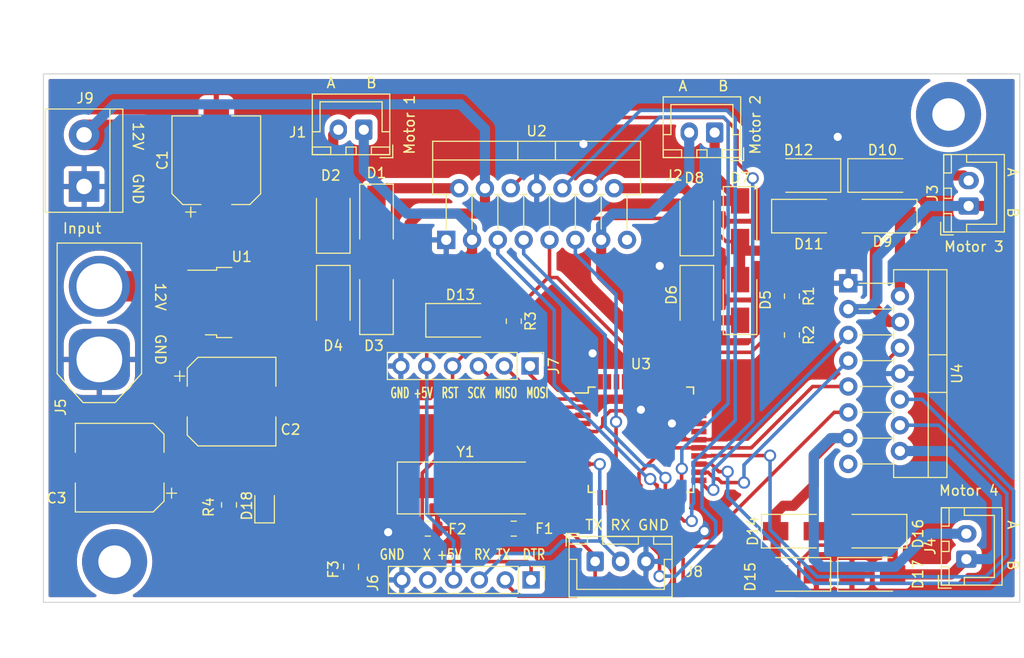
<source format=kicad_pcb>
(kicad_pcb (version 20211014) (generator pcbnew)
  (layers (0 "F.Cu" signal) (31 "B.Cu" signal) (34 "B.Paste" user) (35 "F.Paste" user) (36 "B.SilkS" user "B.Silkscreen") (37 "F.SilkS" user "F.Silkscreen") (38 "B.Mask" user) (39 "F.Mask" user) (44 "Edge.Cuts" user))
  (net 0 "")
  (net 1 "GND")
  (net 2 "reset")
  (net 3 "+12V")
  (net 4 "+5V")
  (net 5 "motor1_outA")
  (net 6 "motor1_outB")
  (net 7 "motor2_outA")
  (net 8 "motor2_outB")
  (net 9 "motor3_outA")
  (net 10 "motor3_outB")
  (net 11 "+5VD")
  (net 12 "motor4_outA")
  (net 13 "motor4_outB")
  (net 14 "Net-(D18-Pad2)")
  (net 15 "tx")
  (net 16 "rx")
  (net 18 "MOSI")
  (net 19 "MISO")
  (net 20 "SCK")
  (net 21 "b_volt")
  (net 22 "motor1_inA")
  (net 23 "motor1_en")
  (net 24 "motor1_inB")
  (net 25 "motor2_inA")
  (net 26 "motor2_en")
  (net 27 "motor2_inB")
  (net 31 "motor3_en")
  (net 32 "motor4_en")
  (net 33 "motor3_inA")
  (net 34 "motor3_inB")
  (net 35 "motor4_inA")
  (net 36 "motor4_inB")
  (net 51 "Net-(F1-Pad2)")
  (net 52 "Net-(F2-Pad2)")
  (net 53 "Net-(F3-Pad2)")
  (footprint "Diode_SMD:D_SMA" (layer "F.Cu") (at 130 80.25 180)
    (fp_text reference "D15")
    (fp_text value "DIODE")
  )
  (footprint "Capacitor_SMD:C_0805_2012Metric" (layer "F.Cu") (at 93.8 75.75 180)
    (fp_text reference "F2")
    (fp_text value "22pF")
  )
  (footprint "Diode_SMD:D_SMA" (layer "F.Cu") (at 130 76)
    (fp_text reference "D14")
    (fp_text value "DIODE")
  )
  (footprint "Diode_SMD:D_SMA" (layer "F.Cu") (at 88.75 45.25 -90)
    (fp_text reference "D1")
    (fp_text value "DIODE")
  )
  (footprint "Connector_JST:JST_XH_B2B-XH-A_1x02_P2.50mm_Vertical" (layer "F.Cu") (at 87.5 36.5 180)
    (fp_text reference "J1")
    (fp_text value "Conn_01x02_Female")
  )
  (footprint "Diode_SMD:D_SMA" (layer "F.Cu") (at 131 45)
    (fp_text reference "D11")
    (fp_text value "DIODE")
  )
  (footprint "Package_TO_SOT_THT:TO-220-15_P2.54x2.54mm_StaggerOdd_Lead4.58mm_Vertical" (layer "F.Cu") (at 95.605 47.335)
    (fp_text reference "U2")
    (fp_text value "L298N")
  )
  (footprint "Package_QFP:TQFP-44_10x10mm_P0.8mm" (layer "F.Cu") (at 114.75 67)
    (fp_text reference "U3")
    (fp_text value "ATmega32A-A")
  )
  (footprint "Capacitor_SMD:C_0805_2012Metric" (layer "F.Cu") (at 102.25 75.75 180)
    (fp_text reference "F1")
    (fp_text value "22pF")
  )
  (footprint "Package_TO_SOT_THT:TO-220-15_P2.54x2.54mm_StaggerOdd_Lead4.58mm_Vertical" (layer "F.Cu") (at 135.14 51.605 -90)
    (fp_text reference "U4")
    (fp_text value "L298N")
  )
  (footprint "Diode_SMD:D_SMA" (layer "F.Cu") (at 84.5 45.25 90)
    (fp_text reference "D2")
    (fp_text value "DIODE")
  )
  (footprint "Resistor_SMD:R_0805_2012Metric" (layer "F.Cu") (at 74.25 73.4125 90)
    (fp_text reference "R4")
    (fp_text value "1k")
  )
  (footprint "Package_TO_SOT_SMD:TO-252-2" (layer "F.Cu") (at 75.5 53.5)
    (fp_text reference "U1")
    (fp_text value "L7805")
  )
  (footprint "Capacitor_SMD:CP_Elec_8x10.5" (layer "F.Cu") (at 73 39.5 90)
    (fp_text reference "C1")
    (fp_text value "220uF/35V")
  )
  (footprint "Diode_SMD:D_SMA" (layer "F.Cu") (at 97 55.25)
    (fp_text reference "D13")
    (fp_text value "DIODE")
  )
  (footprint "Diode_SMD:D_SMA" (layer "F.Cu") (at 138.5 41)
    (fp_text reference "D10")
    (fp_text value "DIODE")
  )
  (footprint "Crystal:Crystal_SMD_HC49-SD" (layer "F.Cu") (at 97.5 71.75)
    (fp_text reference "Y1")
    (fp_text value "Crystal")
  )
  (footprint "MountingHole:MountingHole_3.2mm_M3_Pad" (layer "F.Cu") (at 63 79)
    (fp_text reference "REF**" hide)
    (fp_text value "MountingHole_3.2mm_M3_Pad")
  )
  (footprint "Connector_JST:JST_XH_B2B-XH-A_1x02_P2.50mm_Vertical" (layer "F.Cu") (at 122 36.775 180)
    (fp_text reference "J2")
    (fp_text value "Conn_01x02_Female")
  )
  (footprint "Capacitor_SMD:CP_Elec_8x10.5" (layer "F.Cu") (at 63.5 69.75 180)
    (fp_text reference "C3")
    (fp_text value "220uF/35V")
  )
  (footprint "Diode_SMD:D_SMA" (layer "F.Cu") (at 124.5 45.5 -90)
    (fp_text reference "D7")
    (fp_text value "DIODE")
  )
  (footprint "Connector_JST:JST_XH_B2B-XH-A_1x02_P2.50mm_Vertical" (layer "F.Cu") (at 146.75 78.75 90)
    (fp_text reference "J4")
    (fp_text value "Conn_01x02_Female")
  )
  (footprint "Connector_AMASS:AMASS_XT60-F_1x02_P7.20mm_Vertical" (layer "F.Cu") (at 61.5 59.1 90)
    (fp_text reference "J5")
    (fp_text value "Screw_Terminal_01x02")
  )
  (footprint "Diode_SMD:D_SMA" (layer "F.Cu") (at 131 41 180)
    (fp_text reference "D12")
    (fp_text value "DIODE")
  )
  (footprint "Diode_SMD:D_SMA" (layer "F.Cu") (at 120.25 45.5 90)
    (fp_text reference "D8")
    (fp_text value "DIODE")
  )
  (footprint "Diode_SMD:D_SMA" (layer "F.Cu") (at 120.25 53.25 -90)
    (fp_text reference "D6")
    (fp_text value "DIODE")
  )
  (footprint "Diode_SMD:D_SMA" (layer "F.Cu") (at 138.5 45 180)
    (fp_text reference "D9")
    (fp_text value "DIODE")
  )
  (footprint "Diode_SMD:D_SMA" (layer "F.Cu") (at 124.5 53.25 90)
    (fp_text reference "D5")
    (fp_text value "DIODE")
  )
  (footprint "Resistor_SMD:R_0805_2012Metric" (layer "F.Cu") (at 129.6 56.7 -90)
    (fp_text reference "R2")
    (fp_text value "1k")
  )
  (footprint "TerminalBlock:TerminalBlock_bornier-2_P5.08mm" (layer "F.Cu") (at 60 42.08 90)
    (fp_text reference "J9")
    (fp_text value "Screw_Terminal_01x02")
  )
  (footprint "Diode_SMD:D_SMA" (layer "F.Cu") (at 84.5 53.25 -90)
    (fp_text reference "D4")
    (fp_text value "DIODE")
  )
  (footprint "Resistor_SMD:R_0805_2012Metric" (layer "F.Cu") (at 129.6 52.875 -90)
    (fp_text reference "R1")
    (fp_text value "2k")
  )
  (footprint "Connector_JST:JST_XH_B3B-XH-A_1x03_P2.50mm_Vertical" (layer "F.Cu") (at 110.25 78.975)
    (fp_text reference "J8")
    (fp_text value "Conn_01x03_Female")
  )
  (footprint "Connector_PinHeader_2.54mm:PinHeader_1x06_P2.54mm_Vertical" (layer "F.Cu") (at 103.95 80.8 -90)
    (fp_text reference "J6")
    (fp_text value "Conn_01x06_Female")
  )
  (footprint "Capacitor_SMD:C_0805_2012Metric" (layer "F.Cu") (at 86.25 79.5 -90)
    (fp_text reference "F3")
    (fp_text value "100nF")
  )
  (footprint "Resistor_SMD:R_0805_2012Metric" (layer "F.Cu") (at 102.25 55.3375 -90)
    (fp_text reference "R3")
    (fp_text value "10k")
  )
  (footprint "Diode_SMD:D_SMA" (layer "F.Cu") (at 88.75 53.25 90)
    (fp_text reference "D3")
    (fp_text value "DIODE")
  )
  (footprint "Connector_JST:JST_XH_B2B-XH-A_1x02_P2.50mm_Vertical" (layer "F.Cu") (at 146.975 44 90)
    (fp_text reference "J3")
    (fp_text value "Conn_01x02_Female")
  )
  (footprint "Diode_SMD:D_SMA" (layer "F.Cu") (at 137.5 76 180)
    (fp_text reference "D16")
    (fp_text value "DIODE")
  )
  (footprint "Connector_PinHeader_2.54mm:PinHeader_1x06_P2.54mm_Vertical" (layer "F.Cu") (at 103.85 59.75 -90)
    (fp_text reference "J7")
    (fp_text value "Conn_01x06_Female")
  )
  (footprint "LED_SMD:LED_0805_2012Metric" (layer "F.Cu") (at 77.75 73.5 90)
    (fp_text reference "D18")
    (fp_text value "LED")
  )
  (footprint "Capacitor_SMD:CP_Elec_8x10.5" (layer "F.Cu") (at 74.5 63.25)
    (fp_text reference "C2")
    (fp_text value "220uF/35V")
  )
  (footprint "MountingHole:MountingHole_3.2mm_M3_Pad" (layer "F.Cu") (at 145 35 90)
    (fp_text reference "REF**" hide)
    (fp_text value "MountingHole_3.2mm_M3_Pad")
  )
  (footprint "Diode_SMD:D_SMA" (layer "F.Cu") (at 137.5 80.25)
    (fp_text reference "D17")
    (fp_text value "DIODE")
  )
  (gr_line (start 56 82) (end 56 83) (layer "Edge.Cuts") (width 0.1))
  (gr_line (start 56 32) (end 56 82) (layer "Edge.Cuts") (width 0.1))
  (gr_line (start 56 83) (end 152 83) (layer "Edge.Cuts") (width 0.1))
  (gr_line (start 152 31) (end 56 31) (layer "Edge.Cuts") (width 0.1))
  (gr_line (start 152 32) (end 152 31) (layer "Edge.Cuts") (width 0.1))
  (gr_line (start 56 31) (end 56 32) (layer "Edge.Cuts") (width 0.1))
  (gr_line (start 152 83) (end 152 32) (layer "Edge.Cuts") (width 0.1))
  (gr_text "GND   X +5V  RX TX  DTR" (at 97.2 78.3) (layer "F.SilkS") (effects (font (size 1 0.8))))
  (gr_text "12V   GND" (at 65.3 39.8 270) (layer "F.SilkS") (effects (font (size 1 1))))
  (gr_text "Motor 3\n" (at 147.5 48) (layer "F.SilkS") (effects (font (size 1 1))))
  (gr_text "Motor 1" (at 92 36 90) (layer "F.SilkS") (effects (font (size 1 1))))
  (gr_text "Motor 2" (at 126 36 90) (layer "F.SilkS") (effects (font (size 1 1))))
  (gr_text "12V   GND" (at 67.5 55.6 270) (layer "F.SilkS") (effects (font (size 1 1))))
  (gr_text "Motor 4\n" (at 147 72) (layer "F.SilkS") (effects (font (size 1 1))))
  (gr_text "A    B" (at 151.3 42.7 270) (layer "F.SilkS") (effects (font (size 1 1))))
  (gr_text "A    B" (at 151.3 77.4 270) (layer "F.SilkS") (effects (font (size 1 1))))
  (gr_text "TX RX GND" (at 113.4 75.4) (layer "F.SilkS") (effects (font (size 1 1))))
  (gr_text "A    B" (at 86.3 31.9) (layer "F.SilkS") (effects (font (size 1 1))))
  (gr_text "A    B" (at 120.9 32.2) (layer "F.SilkS") (effects (font (size 1 1))))
  (gr_text "GND +5V  RST  SCK  MISO  MOSI" (at 97.9 62.4) (layer "F.SilkS") (effects (font (size 1 0.6))))
  (gr_text "Input" (at 59.8 46.2) (layer "F.SilkS") (effects (font (size 1 1))))
  (segment (start 111 59.5) (end 110 58.5) (width 0.35) (layer "F.Cu") (net 1))
  (segment (start 120.25 76.75) (end 121 76) (width 0.35) (layer "F.Cu") (net 1))
  (segment (start 118.4 67) (end 120.45 67) (width 0.35) (layer "F.Cu") (net 1))
  (segment (start 114.75 60.2) (end 114.05 59.5) (width 0.35) (layer "F.Cu") (net 1))
  (segment (start 116.475 74.8) (end 117.05 74.8) (width 0.35) (layer "F.Cu") (net 1))
  (segment (start 117.8 65.4) (end 117.8 66.4) (width 0.35) (layer "F.Cu") (net 1))
  (segment (start 129.6 60.6) (end 129.6 57.6125) (width 0.35) (layer "F.Cu") (net 1))
  (segment (start 91.25 80.35) (end 91.25 80.8) (width 0.35) (layer "F.Cu") (net 1))
  (segment (start 114.05 59.5) (end 111 59.5) (width 0.35) (layer "F.Cu") (net 1))
  (segment (start 106.5 67) (end 106.25 66.75) (width 0.35) (layer "F.Cu") (net 1))
  (segment (start 120.45 67) (end 123.2 67) (width 0.35) (layer "F.Cu") (net 1))
  (segment (start 115.55 73.875) (end 116.475 74.8) (width 0.35) (layer "F.Cu") (net 1))
  (segment (start 117.8 66.4) (end 118.4 67) (width 0.35) (layer "F.Cu") (net 1))
  (segment (start 114.75 61.3) (end 114.75 60.2) (width 0.35) (layer "F.Cu") (net 1))
  (segment (start 123.2 67) (end 129.6 60.6) (width 0.35) (layer "F.Cu") (net 1))
  (segment (start 117.05 74.8) (end 119 76.75) (width 0.35) (layer "F.Cu") (net 1))
  (segment (start 109.05 67) (end 106.5 67) (width 0.35) (layer "F.Cu") (net 1))
  (segment (start 119 76.75) (end 120.25 76.75) (width 0.35) (layer "F.Cu") (net 1))
  (segment (start 115.55 72.7) (end 115.55 73.875) (width 0.35) (layer "F.Cu") (net 1))
  (segment (start 114.7 64.1) (end 114.75 64.05) (width 0.35) (layer "F.Cu") (net 1))
  (segment (start 114.75 61.3) (end 114.75 64.05) (width 0.35) (layer "F.Cu") (net 1))
  (via (at 114.75 64.05) (size 1.2) (drill 0.8) (layers "F.Cu" "B.Cu") (net 1))
  (via (at 134.1 37.2) (size 1.2) (drill 0.8) (layers "F.Cu" "B.Cu") (net 1))
  (via (at 121 76) (size 1.2) (drill 0.8) (layers "F.Cu" "B.Cu") (net 1))
  (via (at 110 58.5) (size 1.2) (drill 0.8) (layers "F.Cu" "B.Cu") (net 1))
  (via (at 109.1 37.9) (size 1.2) (drill 0.8) (layers "F.Cu" "B.Cu") (net 1))
  (via (at 117.8 65.4) (size 1.2) (drill 0.8) (layers "F.Cu" "B.Cu") (net 1))
  (via (at 89.9 76.1) (size 1.2) (drill 0.8) (layers "F.Cu" "B.Cu") (net 1))
  (via (at 116.6 49.9) (size 1.2) (drill 0.8) (layers "F.Cu" "B.Cu") (net 1))
  (segment (start 86.25 78.55) (end 86.25 69.45) (width 0.35) (layer "F.Cu") (net 2))
  (segment (start 103.2 65.4) (end 99.77 61.97) (width 0.35) (layer "F.Cu") (net 2))
  (segment (start 97.7802 58.1998) (end 96.23 59.75) (width 0.35) (layer "F.Cu") (net 2))
  (segment (start 91.9 63.8) (end 94.4 63.8) (width 0.35) (layer "F.Cu") (net 2))
  (segment (start 99.77 61.97) (end 96.23 61.97) (width 0.35) (layer "F.Cu") (net 2))
  (segment (start 96.23 61.97) (end 96.23 59.75) (width 0.35) (layer "F.Cu") (net 2))
  (segment (start 100.3 58.1998) (end 97.7802 58.1998) (width 0.35) (layer "F.Cu") (net 2))
  (segment (start 94.4 63.8) (end 96.23 61.97) (width 0.35) (layer "F.Cu") (net 2))
  (segment (start 102.25 56.25) (end 100.3 58.1998) (width 0.35) (layer "F.Cu") (net 2))
  (segment (start 109.05 65.4) (end 103.2 65.4) (width 0.35) (layer "F.Cu") (net 2))
  (segment (start 86.25 69.45) (end 91.9 63.8) (width 0.35) (layer "F.Cu") (net 2))
  (segment (start 99.415 42.255) (end 99.415 43.82) (width 1) (layer "F.Cu") (net 3))
  (segment (start 139.165 55.415) (end 138.322 54.5725) (width 1) (layer "F.Cu") (net 3))
  (segment (start 99.415 44.335) (end 99 44.75) (width 1) (layer "F.Cu") (net 3))
  (segment (start 136.875 57.7049) (end 139.165 55.415) (width 0.35) (layer "F.Cu") (net 3))
  (segment (start 100.82 45.2252) (end 99.415 43.82) (width 0.35) (layer "F.Cu") (net 3))
  (segment (start 99.415 43.82) (end 99.415 44.335) (width 1) (layer "F.Cu") (net 3))
  (segment (start 138.322 54.5725) (end 137.75 54) (width 1) (layer "F.Cu") (net 3))
  (segment (start 60 37) (end 65.75 37) (width 3) (layer "F.Cu") (net 3))
  (segment (start 99 44.75) (end 93 44.75) (width 1) (layer "F.Cu") (net 3))
  (segment (start 65.75 37) (end 71.95 43.2) (width 3) (layer "F.Cu") (net 3))
  (segment (start 71.3 44.9) (end 73 43.2) (width 3) (layer "F.Cu") (net 3))
  (segment (start 129.6 49) (end 130.2 48.4) (width 0.35) (layer "F.Cu") (net 3))
  (segment (start 61.5 51.9) (end 70.62 51.9) (width 3) (layer "F.Cu") (net 3))
  (segment (start 124.5 48.6) (end 124.5 51.25) (width 1) (layer "F.Cu") (net 3))
  (segment (start 123.125 47.5) (end 120.85 45.2252) (width 0.35) (layer "F.Cu") (net 3))
  (segment (start 130.2 48.4) (end 124.7 48.4) (width 1) (layer "F.Cu") (net 3))
  (segment (start 136.5 45) (end 133.1 48.4) (width 1) (layer "F.Cu") (net 3))
  (segment (start 137.75 46.25) (end 136.5 45) (width 1) (layer "F.Cu") (net 3))
  (segment (start 137.75 54) (end 137.75 46.25) (width 1) (layer "F.Cu") (net 3))
  (segment (start 71.3 47.8) (end 71.3 44.9) (width 3) (layer "F.Cu") (net 3))
  (segment (start 92 45.75) (end 92 46) (width 1) (layer "F.Cu") (net 3))
  (segment (start 71.7375 48.2375) (end 71.3 47.8) (width 1) (layer "F.Cu") (net 3))
  (segment (start 124.7 48.4) (end 124.5 48.6) (width 1) (layer "F.Cu") (net 3))
  (segment (start 135.5 74.6249) (end 136.875 73.2498) (width 0.35) (layer "F.Cu") (net 3))
  (segment (start 136.875 73.2498) (end 136.875 57.7049) (width 0.35) (layer "F.Cu") (net 3))
  (segment (start 71.3 51.22) (end 71.3 47.8) (width 3) (layer "F.Cu") (net 3))
  (segment (start 135.5 76) (end 135.5 74.6249) (width 0.35) (layer "F.Cu") (net 3))
  (segment (start 120.85 45.2252) (end 100.82 45.2252) (width 0.35) (layer "F.Cu") (net 3))
  (segment (start 88.75 47.25) (end 88.75 51.25) (width 1) (layer "F.Cu") (net 3))
  (segment (start 71.95 43.2) (end 73 43.2) (width 3) (layer "F.Cu") (net 3))
  (segment (start 93 44.75) (end 92 45.75) (width 1) (layer "F.Cu") (net 3))
  (segment (start 90.75 47.25) (end 88.75 47.25) (width 1) (layer "F.Cu") (net 3))
  (segment (start 133.1 48.4) (end 130.2 48.4) (width 1) (layer "F.Cu") (net 3))
  (segment (start 124.5 47.5) (end 123.125 47.5) (width 0.35) (layer "F.Cu") (net 3))
  (segment (start 133 45) (end 136.5 45) (width 1) (layer "F.Cu") (net 3))
  (segment (start 129.6 51.9625) (end 129.6 49) (width 0.35) (layer "F.Cu") (net 3))
  (segment (start 140.22 55.415) (end 139.165 55.415) (width 1) (layer "F.Cu") (net 3))
  (segment (start 92 46) (end 90.75 47.25) (width 1) (layer "F.Cu") (net 3))
  (segment (start 135.5 76) (end 132 76) (width 1) (layer "F.Cu") (net 3))
  (segment (start 70.62 51.9) (end 71.3 51.22) (width 3) (layer "F.Cu") (net 3))
  (segment (start 124.5 47.5) (end 124.5 48.6) (width 1) (layer "F.Cu") (net 3))
  (segment (start 97 34) (end 63 34) (width 1) (layer "B.Cu") (net 3))
  (segment (start 99.415 42.255) (end 99.415 36.415) (width 1) (layer "B.Cu") (net 3))
  (segment (start 99.415 36.415) (end 97 34) (width 1) (layer "B.Cu") (net 3))
  (segment (start 63 34) (end 60 37) (width 1) (layer "B.Cu") (net 3))
  (segment (start 88.9304 58.7) (end 93.2252 54.4052) (width 0.35) (layer "F.Cu") (net 4))
  (segment (start 93.2252 54.4052) (end 93.2252 54.1399) (width 0.35) (layer "F.Cu") (net 4))
  (segment (start 69 67.95) (end 69.7 67.95) (width 0.35) (layer "F.Cu") (net 4))
  (segment (start 114.567 70.3135) (end 114.567 71.3189) (width 0.35) (layer "F.Cu") (net 4))
  (segment (start 115.4 66.3596) (end 115.46 66.3596) (width 0.35) (layer "F.Cu") (net 4))
  (segment (start 105.765 51.0424) (end 106.518 51.0424) (width 0.35) (layer "F.Cu") (net 4))
  (segment (start 71.3 55.78) (end 71.3 58.7) (width 1) (layer "F.Cu") (net 4))
  (segment (start 110.4 66.2) (end 111 65.6) (width 0.35) (layer "F.Cu") (net 4))
  (segment (start 115.16 66.3596) (end 115.4 66.3596) (width 0.35) (layer "F.Cu") (net 4))
  (segment (start 106.518 51.0424) (end 115.55 60.0749) (width 0.35) (layer "F.Cu") (net 4))
  (segment (start 135.14 61.765) (end 131.635 61.765) (width 0.35) (layer "F.Cu") (net 4))
  (segment (start 116.4 63.8) (end 116.4 66.3) (width 0.35) (layer "F.Cu") (net 4))
  (segment (start 125.6 67.8) (end 120.45 67.8) (width 0.35) (layer "F.Cu") (net 4))
  (segment (start 117.081 67.8) (end 115.99 66.7096) (width 0.35) (layer "F.Cu") (net 4))
  (segment (start 70.8 66.15) (end 69 67.95) (width 1) (layer "F.Cu") (net 4))
  (segment (start 111 64.9) (end 111.744 64.156) (width 0.35) (layer "F.Cu") (net 4))
  (segment (start 69 67.95) (end 67.2 69.75) (width 1) (layer "F.Cu") (net 4))
  (segment (start 71.3 58.7) (end 71.3 62.75) (width 1) (layer "F.Cu") (net 4))
  (segment (start 102.25 54.425) (end 105.633 51.0424) (width 0.35) (layer "F.Cu") (net 4))
  (segment (start 114.567 71.3189) (end 114.75 71.5015) (width 0.35) (layer "F.Cu") (net 4))
  (segment (start 102.25 54.425) (end 99.2124 54.425) (width 0.35) (layer "F.Cu") (net 4))
  (segment (start 99.2124 54.425) (end 99 54.6374) (width 0.35) (layer "F.Cu") (net 4))
  (segment (start 116.4 66.3) (end 115.99 66.7096) (width 0.35) (layer "F.Cu") (net 4))
  (segment (start 111 65.6) (end 111 64.9) (width 0.35) (layer "F.Cu") (net 4))
  (segment (start 115.55 61.3) (end 115.55 62.95) (width 0.35) (layer "F.Cu") (net 4))
  (segment (start 98.2374 53.8748) (end 99 54.6374) (width 0.35) (layer "F.Cu") (net 4))
  (segment (start 105.765 51.0424) (end 105.765 47.335) (width 0.35) (layer "F.Cu") (net 4))
  (segment (start 115.64 66.3596) (end 115.99 66.7096) (width 0.35) (layer "F.Cu") (net 4))
  (segment (start 111.744 64.156) (end 112.956 64.156) (width 0.35) (layer "F.Cu") (net 4))
  (segment (start 109.05 66.2) (end 110.4 66.2) (width 0.35) (layer "F.Cu") (net 4))
  (segment (start 93.2252 54.1399) (end 93.4903 53.8748) (width 0.35) (layer "F.Cu") (net 4))
  (segment (start 115.46 66.3596) (end 115.64 66.3596) (width 0.35) (layer "F.Cu") (net 4))
  (segment (start 93.4903 53.8748) (end 98.2374 53.8748) (width 0.35) (layer "F.Cu") (net 4))
  (segment (start 69.7 67.95) (end 74.25 72.5) (width 0.35) (layer "F.Cu") (net 4))
  (segment (start 114.75 71.5015) (end 114.75 72.7) (width 0.35) (layer "F.Cu") (net 4))
  (segment (start 112.956 64.156) (end 115.16 66.3596) (width 0.35) (layer "F.Cu") (net 4))
  (segment (start 117.081 67.8) (end 114.567 70.3135) (width 0.35) (layer "F.Cu") (net 4))
  (segment (start 71.3 62.75) (end 70.8 63.25) (width 1) (layer "F.Cu") (net 4))
  (segment (start 115.55 60.0749) (end 115.55 61.3) (width 0.35) (layer "F.Cu") (net 4))
  (segment (start 71.3 58.7) (end 88.9304 58.7) (width 0.35) (layer "F.Cu") (net 4))
  (segment (start 105.633 51.0424) (end 105.765 51.0424) (width 0.35) (layer "F.Cu") (net 4))
  (segment (start 115.55 62.95) (end 116.4 63.8) (width 0.35) (layer "F.Cu") (net 4))
  (segment (start 115.4 66.3596) (end 115.46 66.3596) (width 0.35) (layer "F.Cu") (net 4))
  (segment (start 70.8 63.25) (end 70.8 66.15) (width 1) (layer "F.Cu") (net 4))
  (segment (start 131.635 61.765) (end 125.6 67.8) (width 0.35) (layer "F.Cu") (net 4))
  (segment (start 99 55.25) (end 99 54.6374) (width 0.25) (layer "F.Cu") (net 4))
  (segment (start 120.45 67.8) (end 117.081 67.8) (width 0.35) (layer "F.Cu") (net 4))
  (segment (start 84.5 37) (end 85 36.5) (width 1) (layer "F.Cu") (net 5))
  (segment (start 84.5 43.25) (end 84.5 37) (width 1) (layer "F.Cu") (net 5))
  (segment (start 89.745 42.255) (end 88.75 43.25) (width 1) (layer "F.Cu") (net 5))
  (segment (start 96.875 42.255) (end 89.745 42.255) (width 1) (layer "F.Cu") (net 5))
  (segment (start 88.75 43.25) (end 84.5 43.25) (width 1) (layer "F.Cu") (net 5))
  (segment (start 92.25 51.5) (end 92.25 54) (width 1) (layer "F.Cu") (net 6))
  (segment (start 98.145 47.335) (end 98.145 48.605) (width 1) (layer "F.Cu") (net 6))
  (segment (start 93.5 50.25) (end 92.25 51.5) (width 1) (layer "F.Cu") (net 6))
  (segment (start 96.5 50.25) (end 93.5 50.25) (width 1) (layer "F.Cu") (net 6))
  (segment (start 98.145 48.605) (end 96.5 50.25) (width 1) (layer "F.Cu") (net 6))
  (segment (start 92.25 54) (end 91 55.25) (width 1) (layer "F.Cu") (net 6))
  (segment (start 91 55.25) (end 88.75 55.25) (width 1) (layer "F.Cu") (net 6))
  (segment (start 88.75 55.25) (end 84.5 55.25) (width 1) (layer "F.Cu") (net 6))
  (segment (start 87.5 40.5) (end 87.5 36.5) (width 1) (layer "B.Cu") (net 6))
  (segment (start 91.75 44.75) (end 87.5 40.5) (width 1) (layer "B.Cu") (net 6))
  (segment (start 96.75 44.75) (end 91.75 44.75) (width 1) (layer "B.Cu") (net 6))
  (segment (start 98.145 46.145) (end 96.75 44.75) (width 1) (layer "B.Cu") (net 6))
  (segment (start 98.145 47.335) (end 98.145 46.145) (width 1) (layer "B.Cu") (net 6))
  (segment (start 110.845 50.845) (end 115.25 55.25) (width 1) (layer "F.Cu") (net 7))
  (segment (start 110.845 47.335) (end 110.845 50.845) (width 1) (layer "F.Cu") (net 7))
  (segment (start 124.5 55.25) (end 120.25 55.25) (width 1) (layer "F.Cu") (net 7))
  (segment (start 115.25 55.25) (end 120.25 55.25) (width 1) (layer "F.Cu") (net 7))
  (segment (start 112 44.75) (end 115.75 44.75) (width 1) (layer "B.Cu") (net 7))
  (segment (start 110.845 47.335) (end 110.845 45.905) (width 1) (layer "B.Cu") (net 7))
  (segment (start 119.5 41) (end 119.5 36.775) (width 1) (layer "B.Cu") (net 7))
  (segment (start 115.75 44.75) (end 119.5 41) (width 1) (layer "B.Cu") (net 7))
  (segment (start 110.845 45.905) (end 112 44.75) (width 1) (layer "B.Cu") (net 7))
  (segment (start 122 36.775) (end 122 41) (width 1) (layer "F.Cu") (net 8))
  (segment (start 119.005 42.255) (end 120.25 43.5) (width 1) (layer "F.Cu") (net 8))
  (segment (start 112.115 42.255) (end 119.005 42.255) (width 1) (layer "F.Cu") (net 8))
  (segment (start 124.5 43.5) (end 120.25 43.5) (width 1) (layer "F.Cu") (net 8))
  (segment (start 122 41) (end 124.5 43.5) (width 1) (layer "F.Cu") (net 8))
  (segment (start 140.5 41) (end 146.475 41) (width 1) (layer "F.Cu") (net 9))
  (segment (start 140.5 45) (end 140.22 45.28) (width 1) (layer "F.Cu") (net 9))
  (segment (start 146.475 41) (end 146.975 41.5) (width 1) (layer "F.Cu") (net 9))
  (segment (start 140.22 52.875) (end 140.22 45.28) (width 1) (layer "F.Cu") (net 9))
  (segment (start 140.22 45.28) (end 140.22 41.28) (width 1) (layer "F.Cu") (net 9))
  (segment (start 140.22 41.28) (end 140.5 41) (width 1) (layer "F.Cu") (net 9))
  (segment (start 148.2 39.5) (end 149.8 41.1) (width 1) (layer "F.Cu") (net 10))
  (segment (start 149.8 43.2) (end 149 44) (width 1) (layer "F.Cu") (net 10))
  (segment (start 142.55 39.5) (end 148.2 39.5) (width 1) (layer "F.Cu") (net 10))
  (segment (start 149.8 41.1) (end 149.8 43.2) (width 1) (layer "F.Cu") (net 10))
  (segment (start 127.9 41) (end 126.3 39.4) (width 1) (layer "F.Cu") (net 10))
  (segment (start 127.5 34.2) (end 137.25 34.2) (width 1) (layer "F.Cu") (net 10))
  (segment (start 129 41) (end 127.9 41) (width 1) (layer "F.Cu") (net 10))
  (segment (start 137.25 34.2) (end 142.55 39.5) (width 1) (layer "F.Cu") (net 10))
  (segment (start 149 44) (end 146.975 44) (width 1) (layer "F.Cu") (net 10))
  (segment (start 126.3 35.4) (end 127.5 34.2) (width 1) (layer "F.Cu") (net 10))
  (segment (start 126.3 39.4) (end 126.3 35.4) (width 1) (layer "F.Cu") (net 10))
  (segment (start 129 41) (end 129 45) (width 1) (layer "F.Cu") (net 10))
  (segment (start 138 53.25) (end 138 49) (width 1) (layer "B.Cu") (net 10))
  (segment (start 135.14 54.145) (end 137.105 54.145) (width 1) (layer "B.Cu") (net 10))
  (segment (start 137.105 54.145) (end 138 53.25) (width 1) (layer "B.Cu") (net 10))
  (segment (start 138 49) (end 143 44) (width 1) (layer "B.Cu") (net 10))
  (segment (start 143 44) (end 146.975 44) (width 1) (layer "B.Cu") (net 10))
  (segment (start 93.69 59.75) (end 93.69 57.9351) (width 0.35) (layer "F.Cu") (net 11))
  (segment (start 95 56.6251) (end 95 55.25) (width 0.35) (layer "F.Cu") (net 11))
  (segment (start 93.69 57.9351) (end 95 56.6251) (width 0.35) (layer "F.Cu") (net 11))
  (segment (start 96.33 76.9849) (end 93.69 74.3449) (width 0.35) (layer "B.Cu") (net 11))
  (segment (start 96.33 80.8) (end 96.33 76.9849) (width 0.35) (layer "B.Cu") (net 11))
  (segment (start 93.69 74.3449) (end 93.69 59.75) (width 0.35) (layer "B.Cu") (net 11))
  (segment (start 135.14 66.845) (end 133.655 66.845) (width 1) (layer "F.Cu") (net 12))
  (segment (start 128 74.25) (end 128 76) (width 1) (layer "F.Cu") (net 12))
  (segment (start 128 76) (end 128 80.25) (width 1) (layer "F.Cu") (net 12))
  (segment (start 131.75 68.75) (end 131.75 71.5) (width 1) (layer "F.Cu") (net 12))
  (segment (start 129.75 73.5) (end 128.75 73.5) (width 1) (layer "F.Cu") (net 12))
  (segment (start 131.75 71.5) (end 129.75 73.5) (width 1) (layer "F.Cu") (net 12))
  (segment (start 128.75 73.5) (end 128 74.25) (width 1) (layer "F.Cu") (net 12))
  (segment (start 133.655 66.845) (end 131.75 68.75) (width 1) (layer "F.Cu") (net 12))
  (segment (start 143 76.25) (end 146.75 76.25) (width 1) (layer "B.Cu") (net 12))
  (segment (start 135.14 66.845) (end 133.405 66.845) (width 1) (layer "B.Cu") (net 12))
  (segment (start 132.5 79.5) (end 139.75 79.5) (width 1) (layer "B.Cu") (net 12))
  (segment (start 131.75 78.75) (end 132.5 79.5) (width 1) (layer "B.Cu") (net 12))
  (segment (start 133.405 66.845) (end 131.75 68.5) (width 1) (layer "B.Cu") (net 12))
  (segment (start 139.75 79.5) (end 143 76.25) (width 1) (layer "B.Cu") (net 12))
  (segment (start 131.75 68.5) (end 131.75 78.75) (width 1) (layer "B.Cu") (net 12))
  (segment (start 145.25 80.25) (end 146.75 78.75) (width 1) (layer "F.Cu") (net 13))
  (segment (start 139.5 76) (end 139.5 80.25) (width 1) (layer "F.Cu") (net 13))
  (segment (start 139.5 80.25) (end 145.25 80.25) (width 1) (layer "F.Cu") (net 13))
  (segment (start 145.115 68.115) (end 149.75 72.75) (width 1) (layer "B.Cu") (net 13))
  (segment (start 140.22 68.115) (end 145.115 68.115) (width 1) (layer "B.Cu") (net 13))
  (segment (start 149.75 72.75) (end 149.75 78) (width 1) (layer "B.Cu") (net 13))
  (segment (start 149 78.75) (end 146.75 78.75) (width 1) (layer "B.Cu") (net 13))
  (segment (start 149.75 78) (end 149 78.75) (width 1) (layer "B.Cu") (net 13))
  (segment (start 76.0125 72.5625) (end 74.25 74.325) (width 0.35) (layer "F.Cu") (net 14))
  (segment (start 77.75 72.5625) (end 76.0125 72.5625) (width 0.35) (layer "F.Cu") (net 14))
  (segment (start 105.975 74.175) (end 110.25 78.45) (width 0.35) (layer "F.Cu") (net 15))
  (segment (start 110.25 78.975) (end 110.25 80.55) (width 0.35) (layer "F.Cu") (net 15))
  (segment (start 108.4 82.4) (end 102.7 82.4) (width 0.35) (layer "F.Cu") (net 15))
  (segment (start 110.25 80.55) (end 108.4 82.4) (width 0.35) (layer "F.Cu") (net 15))
  (segment (start 110.25 78.45) (end 110.25 78.975) (width 0.35) (layer "F.Cu") (net 15))
  (segment (start 109.05 70.2) (end 107.1 70.2) (width 0.35) (layer "F.Cu") (net 15))
  (segment (start 101.41 81.11) (end 101.41 80.8) (width 0.35) (layer "F.Cu") (net 15))
  (segment (start 105.975 71.325) (end 105.975 74.175) (width 0.35) (layer "F.Cu") (net 15))
  (segment (start 102.7 82.4) (end 101.41 81.11) (width 0.35) (layer "F.Cu") (net 15))
  (segment (start 107.1 70.2) (end 105.975 71.325) (width 0.35) (layer "F.Cu") (net 15))
  (segment (start 110.705 69.4) (end 109.05 69.4) (width 0.35) (layer "F.Cu") (net 16))
  (via (at 110.705 69.4) (size 1.2) (drill 0.8) (layers "F.Cu" "B.Cu") (net 16))
  (segment (start 110.705 76.9654) (end 110.74 76.9654) (width 0.35) (layer "B.Cu") (net 16))
  (segment (start 110.705 76.9654) (end 110.705 69.4) (width 0.35) (layer "B.Cu") (net 16))
  (segment (start 110.705 76.9654) (end 107.035 76.9654) (width 0.35) (layer "B.Cu") (net 16))
  (segment (start 110.74 76.9654) (end 112.75 78.975) (width 0.35) (layer "B.Cu") (net 16))
  (segment (start 101.47 78.2) (end 98.87 80.8) (width 0.35) (layer "B.Cu") (net 16))
  (segment (start 107.035 76.9654) (end 105.8 78.2) (width 0.35) (layer "B.Cu") (net 16))
  (segment (start 105.8 78.2) (end 101.47 78.2) (width 0.35) (layer "B.Cu") (net 16))
  (segment (start 103.85 60.6) (end 103.85 59.75) (width 0.35) (layer "F.Cu") (net 18))
  (segment (start 109.05 63) (end 106.25 63) (width 0.35) (layer "F.Cu") (net 18))
  (segment (start 106.25 63) (end 103.85 60.6) (width 0.35) (layer "F.Cu") (net 18))
  (segment (start 105.36 63.8) (end 109.05 63.8) (width 0.35) (layer "F.Cu") (net 19))
  (segment (start 101.31 59.75) (end 105.36 63.8) (width 0.35) (layer "F.Cu") (net 19))
  (segment (start 103.62 64.6) (end 98.77 59.75) (width 0.35) (layer "F.Cu") (net 20))
  (segment (start 109.05 64.6) (end 103.62 64.6) (width 0.35) (layer "F.Cu") (net 20))
  (segment (start 129.6 55.2) (end 129.6 53.7875) (width 1) (layer "F.Cu") (net 21))
  (segment (start 116.35 59.45) (end 117.4 58.4) (width 0.35) (layer "F.Cu") (net 21))
  (segment (start 125.6 58.4) (end 128.8 55.2) (width 0.35) (layer "F.Cu") (net 21))
  (segment (start 128.8 55.2) (end 129.6 55.2) (width 0.35) (layer "F.Cu") (net 21))
  (segment (start 116.35 61.3) (end 116.35 59.45) (width 0.35) (layer "F.Cu") (net 21))
  (segment (start 117.4 58.4) (end 125.6 58.4) (width 0.35) (layer "F.Cu") (net 21))
  (segment (start 129.6 55.7875) (end 129.6 55.2) (width 1) (layer "F.Cu") (net 21))
  (segment (start 116.35 72.7) (end 116.35 71.4749) (width 0.35) (layer "F.Cu") (net 22))
  (segment (start 116.269 71.4749) (end 115.664 70.8699) (width 0.35) (layer "F.Cu") (net 22))
  (segment (start 116.35 71.4749) (end 116.269 71.4749) (width 0.35) (layer "F.Cu") (net 22))
  (via (at 115.664 70.8699) (size 1.2) (drill 0.8) (layers "F.Cu" "B.Cu") (net 22))
  (segment (start 106.229 61.6049) (end 115.494 70.8699) (width 0.35) (layer "B.Cu") (net 22))
  (segment (start 106.229 54.2543) (end 106.229 61.6049) (width 0.35) (layer "B.Cu") (net 22))
  (segment (start 100.685 47.335) (end 100.685 48.7101) (width 0.35) (layer "B.Cu") (net 22))
  (segment (start 100.685 48.7101) (end 106.229 54.2543) (width 0.35) (layer "B.Cu") (net 22))
  (segment (start 115.494 70.8699) (end 115.664 70.8699) (width 0.35) (layer "B.Cu") (net 22))
  (segment (start 111.55 74.0808) (end 114.2194 76.7502) (width 0.35) (layer "F.Cu") (net 23))
  (segment (start 116.5813 78.3072) (end 116.5813 80.4252) (width 0.35) (layer "F.Cu") (net 23))
  (segment (start 111.55 72.7) (end 111.55 74.0808) (width 0.35) (layer "F.Cu") (net 23))
  (segment (start 124.208 39.74) (end 124.208 36.6063) (width 0.35) (layer "F.Cu") (net 23))
  (segment (start 122.8987 35.297) (end 108.913 35.297) (width 0.35) (layer "F.Cu") (net 23))
  (segment (start 108.913 35.297) (end 101.955 42.255) (width 0.35) (layer "F.Cu") (net 23))
  (segment (start 115.0243 76.7502) (end 116.5813 78.3072) (width 0.35) (layer "F.Cu") (net 23))
  (segment (start 124.208 36.6063) (end 122.8987 35.297) (width 0.35) (layer "F.Cu") (net 23))
  (segment (start 114.2194 76.7502) (end 115.0243 76.7502) (width 0.35) (layer "F.Cu") (net 23))
  (segment (start 125.743 41.275) (end 124.208 39.74) (width 0.35) (layer "F.Cu") (net 23))
  (via (at 125.743 41.275) (size 1.2) (drill 0.8) (layers "F.Cu" "B.Cu") (net 23))
  (via (at 116.5813 80.4252) (size 1.2) (drill 0.8) (layers "F.Cu" "B.Cu") (net 23))
  (segment (start 118.1203 80.4252) (end 116.5813 80.4252) (width 0.35) (layer "B.Cu") (net 23))
  (segment (start 120.7627 70.1425) (end 120.7627 73.7056) (width 0.35) (layer "B.Cu") (net 23))
  (segment (start 125.743 65.1622) (end 120.7627 70.1425) (width 0.35) (layer "B.Cu") (net 23))
  (segment (start 122.1071 75.05) (end 122.1071 76.4384) (width 0.35) (layer "B.Cu") (net 23))
  (segment (start 125.743 41.275) (end 125.743 65.1622) (width 0.35) (layer "B.Cu") (net 23))
  (segment (start 120.7627 73.7056) (end 122.1071 75.05) (width 0.35) (layer "B.Cu") (net 23))
  (segment (start 122.1071 76.4384) (end 118.1203 80.4252) (width 0.35) (layer "B.Cu") (net 23))
  (segment (start 117.15 71.4749) (end 117.164 71.4608) (width 0.35) (layer "F.Cu") (net 24))
  (segment (start 117.15 72.7) (end 117.15 71.4749) (width 0.35) (layer "F.Cu") (net 24))
  (segment (start 117.164 71.4608) (end 117.164 70.756) (width 0.35) (layer "F.Cu") (net 24))
  (via (at 117.164 70.756) (size 1.2) (drill 0.8) (layers "F.Cu" "B.Cu") (net 24))
  (segment (start 115.965 69.5571) (end 117.164 70.756) (width 0.35) (layer "B.Cu") (net 24))
  (segment (start 103.225 48.7101) (end 111.231 56.716) (width 0.35) (layer "B.Cu") (net 24))
  (segment (start 115.101 69.5571) (end 115.965 69.5571) (width 0.35) (layer "B.Cu") (net 24))
  (segment (start 103.225 47.335) (end 103.225 48.7101) (width 0.35) (layer "B.Cu") (net 24))
  (segment (start 111.231 65.6871) (end 115.101 69.5571) (width 0.35) (layer "B.Cu") (net 24))
  (segment (start 111.231 56.716) (end 111.231 65.6871) (width 0.35) (layer "B.Cu") (net 24))
  (segment (start 119 75) (end 119.75 75) (width 0.35) (layer "F.Cu") (net 25))
  (segment (start 117.95 73.95) (end 119 75) (width 0.35) (layer "F.Cu") (net 25))
  (segment (start 117.95 72.7) (end 117.95 73.95) (width 0.35) (layer "F.Cu") (net 25))
  (via (at 119.75 75) (size 1.2) (drill 0.8) (layers "F.Cu" "B.Cu") (net 25))
  (segment (start 119.75 75) (end 119.75 73.4359) (width 0.35) (layer "B.Cu") (net 25))
  (segment (start 119.929 69.1956) (end 124.018 65.1067) (width 0.35) (layer "B.Cu") (net 25))
  (segment (start 124.018 35.4159) (end 123.196 34.5941) (width 0.35) (layer "B.Cu") (net 25))
  (segment (start 124.018 65.1067) (end 124.018 35.4159) (width 0.35) (layer "B.Cu") (net 25))
  (segment (start 123.196 34.5941) (end 114.696 34.5941) (width 0.35) (layer "B.Cu") (net 25))
  (segment (start 119.929 73.2573) (end 119.929 69.1956) (width 0.35) (layer "B.Cu") (net 25))
  (segment (start 114.696 34.5941) (end 107.035 42.255) (width 0.35) (layer "B.Cu") (net 25))
  (segment (start 119.75 73.4359) (end 119.929 73.2573) (width 0.35) (layer "B.Cu") (net 25))
  (segment (start 112.306 71.4309) (end 112.306 65.2418) (width 0.35) (layer "F.Cu") (net 26))
  (segment (start 112.35 71.4749) (end 112.306 71.4309) (width 0.35) (layer "F.Cu") (net 26))
  (segment (start 112.35 72.7) (end 112.35 71.4749) (width 0.35) (layer "F.Cu") (net 26))
  (via (at 112.306 65.2418) (size 1.2) (drill 0.8) (layers "F.Cu" "B.Cu") (net 26))
  (segment (start 108.305 48.7101) (end 112.306 52.7111) (width 0.35) (layer "B.Cu") (net 26))
  (segment (start 108.305 47.335) (end 108.305 48.7101) (width 0.35) (layer "B.Cu") (net 26))
  (segment (start 112.306 52.7111) (end 112.306 65.2418) (width 0.35) (layer "B.Cu") (net 26))
  (segment (start 118.75 72.7) (end 118.75 69.8725) (width 0.35) (layer "F.Cu") (net 27))
  (segment (start 118.75 69.8725) (end 118.774 69.8486) (width 0.35) (layer "F.Cu") (net 27))
  (via (at 118.774 69.8486) (size 1.2) (drill 0.8) (layers "F.Cu" "B.Cu") (net 27))
  (segment (start 123.326 63.4324) (end 123.326 35.7245) (width 0.35) (layer "B.Cu") (net 27))
  (segment (start 122.857 35.2553) (end 116.575 35.2553) (width 0.35) (layer "B.Cu") (net 27))
  (segment (start 118.774 69.8486) (end 118.774 67.9847) (width 0.35) (layer "B.Cu") (net 27))
  (segment (start 123.326 35.7245) (end 122.857 35.2553) (width 0.35) (layer "B.Cu") (net 27))
  (segment (start 116.575 35.2553) (end 109.575 42.255) (width 0.35) (layer "B.Cu") (net 27))
  (segment (start 118.774 67.9847) (end 123.326 63.4324) (width 0.35) (layer "B.Cu") (net 27))
  (segment (start 118.9 80.9808) (end 118.9 78.7308) (width 0.35) (layer "F.Cu") (net 31))
  (segment (start 114.5 76.1) (end 113.15 74.75) (width 0.35) (layer "F.Cu") (net 31))
  (segment (start 131.992 77.3752) (end 130.275 79.0922) (width 0.35) (layer "F.Cu") (net 31))
  (segment (start 129.483 81.6252) (end 120.85 81.6252) (width 0.35) (layer "F.Cu") (net 31))
  (segment (start 140.22 57.955) (end 137.775 60.4002) (width 0.35) (layer "F.Cu") (net 31))
  (segment (start 136.947 77.3752) (end 131.992 77.3752) (width 0.35) (layer "F.Cu") (net 31))
  (segment (start 130.275 80.8337) (end 129.483 81.6252) (width 0.35) (layer "F.Cu") (net 31))
  (segment (start 116.269 76.1) (end 114.5 76.1) (width 0.35) (layer "F.Cu") (net 31))
  (segment (start 137.775 76.5471) (end 136.947 77.3752) (width 0.35) (layer "F.Cu") (net 31))
  (segment (start 120.85 81.6252) (end 120.85 81.6499) (width 0.35) (layer "F.Cu") (net 31))
  (segment (start 113.15 74.75) (end 113.15 72.7) (width 0.35) (layer "F.Cu") (net 31))
  (segment (start 120.85 81.6499) (end 120.824 81.6764) (width 0.35) (layer "F.Cu") (net 31))
  (segment (start 118.9 78.7308) (end 116.269 76.1) (width 0.35) (layer "F.Cu") (net 31))
  (segment (start 130.275 79.0922) (end 130.275 80.8337) (width 0.35) (layer "F.Cu") (net 31))
  (segment (start 119.596 81.6764) (end 118.9 80.9808) (width 0.35) (layer "F.Cu") (net 31))
  (segment (start 120.824 81.6764) (end 119.596 81.6764) (width 0.35) (layer "F.Cu") (net 31))
  (segment (start 137.775 60.4002) (end 137.775 76.5471) (width 0.35) (layer "F.Cu") (net 31))
  (segment (start 114.769 75.45) (end 116.538 75.45) (width 0.35) (layer "F.Cu") (net 32))
  (segment (start 116.538 75.45) (end 118.588 77.5) (width 0.35) (layer "F.Cu") (net 32))
  (segment (start 122.25 77.5) (end 123.48 76.2703) (width 0.35) (layer "F.Cu") (net 32))
  (segment (start 113.95 74.6308) (end 114.769 75.45) (width 0.35) (layer "F.Cu") (net 32))
  (segment (start 123.48 76.2703) (end 123.48 74.5902) (width 0.35) (layer "F.Cu") (net 32))
  (segment (start 123.48 74.5902) (end 133.765 64.305) (width 0.35) (layer "F.Cu") (net 32))
  (segment (start 113.95 72.7) (end 113.95 74.6308) (width 0.35) (layer "F.Cu") (net 32))
  (segment (start 133.765 64.305) (end 135.14 64.305) (width 0.35) (layer "F.Cu") (net 32))
  (segment (start 118.588 77.5) (end 122.25 77.5) (width 0.35) (layer "F.Cu") (net 32))
  (segment (start 121.877 71.9288) (end 121.379 71.9288) (width 0.35) (layer "F.Cu") (net 33))
  (segment (start 121.379 71.9288) (end 120.45 71) (width 0.35) (layer "F.Cu") (net 33))
  (via (at 121.877 71.9288) (size 1.2) (drill 0.8) (layers "F.Cu" "B.Cu") (net 33))
  (segment (start 121.877 69.9477) (end 121.877 71.9288) (width 0.35) (layer "B.Cu") (net 33))
  (segment (start 135.14 56.685) (end 121.877 69.9477) (width 0.35) (layer "B.Cu") (net 33))
  (segment (start 124.887 71.2189) (end 122.688 71.2189) (width 0.35) (layer "F.Cu") (net 34))
  (segment (start 122.001 70.8537) (end 121.347 70.2) (width 0.35) (layer "F.Cu") (net 34))
  (segment (start 122.323 70.8537) (end 122.001 70.8537) (width 0.35) (layer "F.Cu") (net 34))
  (segment (start 121.347 70.2) (end 120.45 70.2) (width 0.35) (layer "F.Cu") (net 34))
  (segment (start 122.688 71.2189) (end 122.323 70.8537) (width 0.35) (layer "F.Cu") (net 34))
  (via (at 124.887 71.2189) (size 1.2) (drill 0.8) (layers "F.Cu" "B.Cu") (net 34))
  (segment (start 135.14 59.225) (end 124.887 69.4781) (width 0.35) (layer "B.Cu") (net 34))
  (segment (start 124.887 69.4781) (end 124.887 71.2189) (width 0.35) (layer "B.Cu") (net 34))
  (segment (start 120.45 69.4) (end 121.675 69.4) (width 0.35) (layer "F.Cu") (net 35))
  (segment (start 122.419 70.1438) (end 123.279 70.1438) (width 0.35) (layer "F.Cu") (net 35))
  (segment (start 121.675 69.4) (end 122.419 70.1438) (width 0.35) (layer "F.Cu") (net 35))
  (via (at 123.279 70.1438) (size 1.2) (drill 0.8) (layers "F.Cu" "B.Cu") (net 35))
  (segment (start 131.801 81.133) (end 148.924 81.133) (width 0.35) (layer "B.Cu") (net 35))
  (segment (start 151.38 78.677) (end 151.38 72.0156) (width 0.35) (layer "B.Cu") (net 35))
  (segment (start 123.279 70.1438) (end 123.279 72.6109) (width 0.35) (layer "B.Cu") (net 35))
  (segment (start 151.38 72.0156) (end 142.4 63.035) (width 0.35) (layer "B.Cu") (net 35))
  (segment (start 148.924 81.133) (end 151.38 78.677) (width 0.35) (layer "B.Cu") (net 35))
  (segment (start 142.4 63.035) (end 140.22 63.035) (width 0.35) (layer "B.Cu") (net 35))
  (segment (start 123.279 72.6109) (end 131.801 81.133) (width 0.35) (layer "B.Cu") (net 35))
  (segment (start 120.45 68.6) (end 121.675 68.6) (width 0.35) (layer "F.Cu") (net 36))
  (segment (start 121.714 68.5616) (end 127.448 68.5616) (width 0.35) (layer "F.Cu") (net 36))
  (segment (start 121.675 68.6) (end 121.714 68.5616) (width 0.35) (layer "F.Cu") (net 36))
  (via (at 127.448 68.5616) (size 1.2) (drill 0.8) (layers "F.Cu" "B.Cu") (net 36))
  (segment (start 127.448 75.8604) (end 127.448 68.5616) (width 0.35) (layer "B.Cu") (net 36))
  (segment (start 132.071 80.4829) (end 127.448 75.8604) (width 0.35) (layer "B.Cu") (net 36))
  (segment (start 150.73 78.4077) (end 148.655 80.4829) (width 0.35) (layer "B.Cu") (net 36))
  (segment (start 144.013 65.575) (end 150.73 72.2924) (width 0.35) (layer "B.Cu") (net 36))
  (segment (start 150.73 72.2924) (end 150.73 78.4077) (width 0.35) (layer "B.Cu") (net 36))
  (segment (start 140.22 65.575) (end 144.013 65.575) (width 0.35) (layer "B.Cu") (net 36))
  (segment (start 148.655 80.4829) (end 132.071 80.4829) (width 0.35) (layer "B.Cu") (net 36))
  (segment (start 101.75 70.2749) (end 103.425 68.6) (width 0.35) (layer "F.Cu") (net 51))
  (segment (start 101.3 73.6751) (end 101.75 73.2251) (width 0.35) (layer "F.Cu") (net 51))
  (segment (start 101.3 75.75) (end 101.3 73.6751) (width 0.35) (layer "F.Cu") (net 51))
  (segment (start 103.425 68.6) (end 109.05 68.6) (width 0.35) (layer "F.Cu") (net 51))
  (segment (start 101.75 73.2251) (end 101.75 71.75) (width 0.35) (layer "F.Cu") (net 51))
  (segment (start 101.75 71.75) (end 101.75 70.2749) (width 0.35) (layer "F.Cu") (net 51))
  (segment (start 93.25 71.75) (end 93.25 75.35) (width 0.35) (layer "F.Cu") (net 52))
  (segment (start 93.25 70.2749) (end 95.7249 67.8) (width 0.35) (layer "F.Cu") (net 52))
  (segment (start 95.7249 67.8) (end 109.05 67.8) (width 0.35) (layer "F.Cu") (net 52))
  (segment (start 93.25 71.75) (end 93.25 70.2749) (width 0.35) (layer "F.Cu") (net 52))
  (segment (start 93.25 75.35) (end 92.85 75.75) (width 0.35) (layer "F.Cu") (net 52))
  (segment (start 103.95 80.8) (end 103.95 79.35) (width 0.35) (layer "F.Cu") (net 53))
  (segment (start 88.25 80.45) (end 86.25 80.45) (width 0.35) (layer "F.Cu") (net 53))
  (segment (start 89.7 79) (end 88.25 80.45) (width 0.35) (layer "F.Cu") (net 53))
  (segment (start 103.95 79.35) (end 103.6 79) (width 0.35) (layer "F.Cu") (net 53))
  (segment (start 103.6 79) (end 89.7 79) (width 0.35) (layer "F.Cu") (net 53))
  (zone (net 1) (net_name "GND") (layers F&B.Cu) (connect_pads (clearance 0.508)) (min_thickness 0.3) (fill yes (thermal_gap 0.508) (thermal_bridge_width 0.508))
    (polygon (pts (xy 152 83) (xy 56 83) (xy 56 31) (xy 152 31)))
  )
)
</source>
